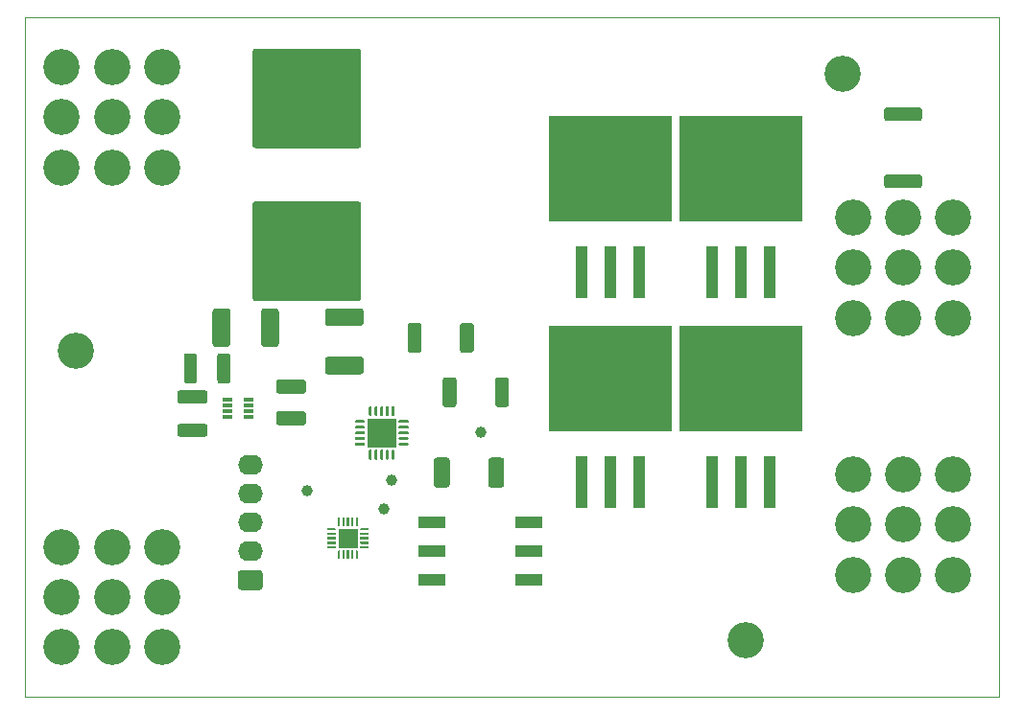
<source format=gbr>
G04 #@! TF.GenerationSoftware,KiCad,Pcbnew,(5.1.9)-1*
G04 #@! TF.CreationDate,2021-06-30T16:08:22-04:00*
G04 #@! TF.ProjectId,Motor Controller 2020,4d6f746f-7220-4436-9f6e-74726f6c6c65,rev?*
G04 #@! TF.SameCoordinates,Original*
G04 #@! TF.FileFunction,Soldermask,Top*
G04 #@! TF.FilePolarity,Negative*
%FSLAX46Y46*%
G04 Gerber Fmt 4.6, Leading zero omitted, Abs format (unit mm)*
G04 Created by KiCad (PCBNEW (5.1.9)-1) date 2021-06-30 16:08:22*
%MOMM*%
%LPD*%
G01*
G04 APERTURE LIST*
G04 #@! TA.AperFunction,Profile*
%ADD10C,0.050000*%
G04 #@! TD*
%ADD11C,3.200000*%
%ADD12R,2.440000X1.120000*%
%ADD13O,2.190000X1.740000*%
%ADD14R,1.100000X4.600000*%
%ADD15R,10.800000X9.400000*%
%ADD16R,2.600000X2.600000*%
%ADD17C,0.150000*%
%ADD18R,1.700000X1.700000*%
%ADD19C,1.000000*%
%ADD20R,0.850000X0.300000*%
G04 APERTURE END LIST*
D10*
X174700000Y-102900000D02*
X174700000Y-42900000D01*
X88700000Y-42900000D02*
X174700000Y-42900000D01*
X88700000Y-102900000D02*
X88700000Y-42900000D01*
X88700000Y-102900000D02*
X174700000Y-102900000D01*
D11*
G04 #@! TO.C,J4*
X166200000Y-65000000D03*
X166200000Y-69435000D03*
X170635000Y-65000000D03*
X166200000Y-60565000D03*
X161765000Y-65000000D03*
X161765000Y-69435000D03*
X161765000Y-60565000D03*
X170635000Y-60565000D03*
X170635000Y-69435000D03*
G04 #@! TD*
D12*
G04 #@! TO.C,SW1*
X133205000Y-92540000D03*
X124595000Y-87460000D03*
X133205000Y-90000000D03*
X124595000Y-90000000D03*
X133205000Y-87460000D03*
X124595000Y-92540000D03*
G04 #@! TD*
G04 #@! TO.C,J3*
G36*
G01*
X109445001Y-93470000D02*
X107754999Y-93470000D01*
G75*
G02*
X107505000Y-93220001I0J249999D01*
G01*
X107505000Y-91979999D01*
G75*
G02*
X107754999Y-91730000I249999J0D01*
G01*
X109445001Y-91730000D01*
G75*
G02*
X109695000Y-91979999I0J-249999D01*
G01*
X109695000Y-93220001D01*
G75*
G02*
X109445001Y-93470000I-249999J0D01*
G01*
G37*
D13*
X108600000Y-90060000D03*
X108600000Y-87520000D03*
X108600000Y-84980000D03*
X108600000Y-82440000D03*
G04 #@! TD*
G04 #@! TO.C,C9*
G36*
G01*
X109049997Y-59150000D02*
X118150003Y-59150000D01*
G75*
G02*
X118400000Y-59399997I0J-249997D01*
G01*
X118400000Y-67700003D01*
G75*
G02*
X118150003Y-67950000I-249997J0D01*
G01*
X109049997Y-67950000D01*
G75*
G02*
X108800000Y-67700003I0J249997D01*
G01*
X108800000Y-59399997D01*
G75*
G02*
X109049997Y-59150000I249997J0D01*
G01*
G37*
G36*
G01*
X109049997Y-45650000D02*
X118150003Y-45650000D01*
G75*
G02*
X118400000Y-45899997I0J-249997D01*
G01*
X118400000Y-54200003D01*
G75*
G02*
X118150003Y-54450000I-249997J0D01*
G01*
X109049997Y-54450000D01*
G75*
G02*
X108800000Y-54200003I0J249997D01*
G01*
X108800000Y-45899997D01*
G75*
G02*
X109049997Y-45650000I249997J0D01*
G01*
G37*
G04 #@! TD*
D11*
G04 #@! TO.C,J1*
X100828000Y-56135000D03*
X100828000Y-47265000D03*
X91958000Y-47265000D03*
X91958000Y-56135000D03*
X91958000Y-51700000D03*
X96393000Y-47265000D03*
X100828000Y-51700000D03*
X96393000Y-56135000D03*
X96393000Y-51700000D03*
G04 #@! TD*
G04 #@! TO.C,J2*
X96400000Y-94100000D03*
X96400000Y-98535000D03*
X100835000Y-94100000D03*
X96400000Y-89665000D03*
X91965000Y-94100000D03*
X91965000Y-98535000D03*
X91965000Y-89665000D03*
X100835000Y-89665000D03*
X100835000Y-98535000D03*
G04 #@! TD*
G04 #@! TO.C,J5*
X170635000Y-92135000D03*
X170635000Y-83265000D03*
X161765000Y-83265000D03*
X161765000Y-92135000D03*
X161765000Y-87700000D03*
X166200000Y-83265000D03*
X170635000Y-87700000D03*
X166200000Y-92135000D03*
X166200000Y-87700000D03*
G04 #@! TD*
D14*
G04 #@! TO.C,Q1*
X137795000Y-65376000D03*
X140335000Y-65376000D03*
X142875000Y-65376000D03*
D15*
X140335000Y-56226000D03*
G04 #@! TD*
G04 #@! TO.C,Q2*
X140354000Y-74780000D03*
D14*
X142894000Y-83930000D03*
X140354000Y-83930000D03*
X137814000Y-83930000D03*
G04 #@! TD*
D15*
G04 #@! TO.C,Q3*
X151873000Y-56238000D03*
D14*
X154413000Y-65388000D03*
X151873000Y-65388000D03*
X149333000Y-65388000D03*
G04 #@! TD*
G04 #@! TO.C,Q4*
X149352000Y-83918000D03*
X151892000Y-83918000D03*
X154432000Y-83918000D03*
D15*
X151892000Y-74768000D03*
G04 #@! TD*
G04 #@! TO.C,JP1*
G36*
G01*
X167625001Y-57975000D02*
X164774999Y-57975000D01*
G75*
G02*
X164525000Y-57725001I0J249999D01*
G01*
X164525000Y-56999999D01*
G75*
G02*
X164774999Y-56750000I249999J0D01*
G01*
X167625001Y-56750000D01*
G75*
G02*
X167875000Y-56999999I0J-249999D01*
G01*
X167875000Y-57725001D01*
G75*
G02*
X167625001Y-57975000I-249999J0D01*
G01*
G37*
G36*
G01*
X167625001Y-52050000D02*
X164774999Y-52050000D01*
G75*
G02*
X164525000Y-51800001I0J249999D01*
G01*
X164525000Y-51074999D01*
G75*
G02*
X164774999Y-50825000I249999J0D01*
G01*
X167625001Y-50825000D01*
G75*
G02*
X167875000Y-51074999I0J-249999D01*
G01*
X167875000Y-51800001D01*
G75*
G02*
X167625001Y-52050000I-249999J0D01*
G01*
G37*
G04 #@! TD*
G04 #@! TO.C,R3*
G36*
G01*
X122475000Y-72275001D02*
X122475000Y-70124999D01*
G75*
G02*
X122724999Y-69875000I249999J0D01*
G01*
X123450001Y-69875000D01*
G75*
G02*
X123700000Y-70124999I0J-249999D01*
G01*
X123700000Y-72275001D01*
G75*
G02*
X123450001Y-72525000I-249999J0D01*
G01*
X122724999Y-72525000D01*
G75*
G02*
X122475000Y-72275001I0J249999D01*
G01*
G37*
G36*
G01*
X127100000Y-72275001D02*
X127100000Y-70124999D01*
G75*
G02*
X127349999Y-69875000I249999J0D01*
G01*
X128075001Y-69875000D01*
G75*
G02*
X128325000Y-70124999I0J-249999D01*
G01*
X128325000Y-72275001D01*
G75*
G02*
X128075001Y-72525000I-249999J0D01*
G01*
X127349999Y-72525000D01*
G75*
G02*
X127100000Y-72275001I0J249999D01*
G01*
G37*
G04 #@! TD*
G04 #@! TO.C,R4*
G36*
G01*
X130200000Y-77075001D02*
X130200000Y-74924999D01*
G75*
G02*
X130449999Y-74675000I249999J0D01*
G01*
X131175001Y-74675000D01*
G75*
G02*
X131425000Y-74924999I0J-249999D01*
G01*
X131425000Y-77075001D01*
G75*
G02*
X131175001Y-77325000I-249999J0D01*
G01*
X130449999Y-77325000D01*
G75*
G02*
X130200000Y-77075001I0J249999D01*
G01*
G37*
G36*
G01*
X125575000Y-77075001D02*
X125575000Y-74924999D01*
G75*
G02*
X125824999Y-74675000I249999J0D01*
G01*
X126550001Y-74675000D01*
G75*
G02*
X126800000Y-74924999I0J-249999D01*
G01*
X126800000Y-77075001D01*
G75*
G02*
X126550001Y-77325000I-249999J0D01*
G01*
X125824999Y-77325000D01*
G75*
G02*
X125575000Y-77075001I0J249999D01*
G01*
G37*
G04 #@! TD*
G04 #@! TO.C,C5*
G36*
G01*
X115449998Y-68575000D02*
X118350002Y-68575000D01*
G75*
G02*
X118600000Y-68824998I0J-249998D01*
G01*
X118600000Y-69900002D01*
G75*
G02*
X118350002Y-70150000I-249998J0D01*
G01*
X115449998Y-70150000D01*
G75*
G02*
X115200000Y-69900002I0J249998D01*
G01*
X115200000Y-68824998D01*
G75*
G02*
X115449998Y-68575000I249998J0D01*
G01*
G37*
G36*
G01*
X115449998Y-72850000D02*
X118350002Y-72850000D01*
G75*
G02*
X118600000Y-73099998I0J-249998D01*
G01*
X118600000Y-74175002D01*
G75*
G02*
X118350002Y-74425000I-249998J0D01*
G01*
X115449998Y-74425000D01*
G75*
G02*
X115200000Y-74175002I0J249998D01*
G01*
X115200000Y-73099998D01*
G75*
G02*
X115449998Y-72850000I249998J0D01*
G01*
G37*
G04 #@! TD*
G04 #@! TO.C,R1*
G36*
G01*
X131000000Y-82024999D02*
X131000000Y-84175001D01*
G75*
G02*
X130750001Y-84425000I-249999J0D01*
G01*
X129849999Y-84425000D01*
G75*
G02*
X129600000Y-84175001I0J249999D01*
G01*
X129600000Y-82024999D01*
G75*
G02*
X129849999Y-81775000I249999J0D01*
G01*
X130750001Y-81775000D01*
G75*
G02*
X131000000Y-82024999I0J-249999D01*
G01*
G37*
G36*
G01*
X126200000Y-82024999D02*
X126200000Y-84175001D01*
G75*
G02*
X125950001Y-84425000I-249999J0D01*
G01*
X125049999Y-84425000D01*
G75*
G02*
X124800000Y-84175001I0J249999D01*
G01*
X124800000Y-82024999D01*
G75*
G02*
X125049999Y-81775000I249999J0D01*
G01*
X125950001Y-81775000D01*
G75*
G02*
X126200000Y-82024999I0J-249999D01*
G01*
G37*
G04 #@! TD*
G04 #@! TO.C,U2*
G36*
G01*
X122550000Y-80537500D02*
X122550000Y-80662500D01*
G75*
G02*
X122487500Y-80725000I-62500J0D01*
G01*
X121762500Y-80725000D01*
G75*
G02*
X121700000Y-80662500I0J62500D01*
G01*
X121700000Y-80537500D01*
G75*
G02*
X121762500Y-80475000I62500J0D01*
G01*
X122487500Y-80475000D01*
G75*
G02*
X122550000Y-80537500I0J-62500D01*
G01*
G37*
G36*
G01*
X122550000Y-80037500D02*
X122550000Y-80162500D01*
G75*
G02*
X122487500Y-80225000I-62500J0D01*
G01*
X121762500Y-80225000D01*
G75*
G02*
X121700000Y-80162500I0J62500D01*
G01*
X121700000Y-80037500D01*
G75*
G02*
X121762500Y-79975000I62500J0D01*
G01*
X122487500Y-79975000D01*
G75*
G02*
X122550000Y-80037500I0J-62500D01*
G01*
G37*
G36*
G01*
X122550000Y-79537500D02*
X122550000Y-79662500D01*
G75*
G02*
X122487500Y-79725000I-62500J0D01*
G01*
X121762500Y-79725000D01*
G75*
G02*
X121700000Y-79662500I0J62500D01*
G01*
X121700000Y-79537500D01*
G75*
G02*
X121762500Y-79475000I62500J0D01*
G01*
X122487500Y-79475000D01*
G75*
G02*
X122550000Y-79537500I0J-62500D01*
G01*
G37*
G36*
G01*
X122550000Y-79037500D02*
X122550000Y-79162500D01*
G75*
G02*
X122487500Y-79225000I-62500J0D01*
G01*
X121762500Y-79225000D01*
G75*
G02*
X121700000Y-79162500I0J62500D01*
G01*
X121700000Y-79037500D01*
G75*
G02*
X121762500Y-78975000I62500J0D01*
G01*
X122487500Y-78975000D01*
G75*
G02*
X122550000Y-79037500I0J-62500D01*
G01*
G37*
G36*
G01*
X122550000Y-78537500D02*
X122550000Y-78662500D01*
G75*
G02*
X122487500Y-78725000I-62500J0D01*
G01*
X121762500Y-78725000D01*
G75*
G02*
X121700000Y-78662500I0J62500D01*
G01*
X121700000Y-78537500D01*
G75*
G02*
X121762500Y-78475000I62500J0D01*
G01*
X122487500Y-78475000D01*
G75*
G02*
X122550000Y-78537500I0J-62500D01*
G01*
G37*
G36*
G01*
X121325000Y-77312500D02*
X121325000Y-78037500D01*
G75*
G02*
X121262500Y-78100000I-62500J0D01*
G01*
X121137500Y-78100000D01*
G75*
G02*
X121075000Y-78037500I0J62500D01*
G01*
X121075000Y-77312500D01*
G75*
G02*
X121137500Y-77250000I62500J0D01*
G01*
X121262500Y-77250000D01*
G75*
G02*
X121325000Y-77312500I0J-62500D01*
G01*
G37*
G36*
G01*
X120825000Y-77312500D02*
X120825000Y-78037500D01*
G75*
G02*
X120762500Y-78100000I-62500J0D01*
G01*
X120637500Y-78100000D01*
G75*
G02*
X120575000Y-78037500I0J62500D01*
G01*
X120575000Y-77312500D01*
G75*
G02*
X120637500Y-77250000I62500J0D01*
G01*
X120762500Y-77250000D01*
G75*
G02*
X120825000Y-77312500I0J-62500D01*
G01*
G37*
G36*
G01*
X120325000Y-77312500D02*
X120325000Y-78037500D01*
G75*
G02*
X120262500Y-78100000I-62500J0D01*
G01*
X120137500Y-78100000D01*
G75*
G02*
X120075000Y-78037500I0J62500D01*
G01*
X120075000Y-77312500D01*
G75*
G02*
X120137500Y-77250000I62500J0D01*
G01*
X120262500Y-77250000D01*
G75*
G02*
X120325000Y-77312500I0J-62500D01*
G01*
G37*
G36*
G01*
X119825000Y-77312500D02*
X119825000Y-78037500D01*
G75*
G02*
X119762500Y-78100000I-62500J0D01*
G01*
X119637500Y-78100000D01*
G75*
G02*
X119575000Y-78037500I0J62500D01*
G01*
X119575000Y-77312500D01*
G75*
G02*
X119637500Y-77250000I62500J0D01*
G01*
X119762500Y-77250000D01*
G75*
G02*
X119825000Y-77312500I0J-62500D01*
G01*
G37*
G36*
G01*
X119325000Y-77312500D02*
X119325000Y-78037500D01*
G75*
G02*
X119262500Y-78100000I-62500J0D01*
G01*
X119137500Y-78100000D01*
G75*
G02*
X119075000Y-78037500I0J62500D01*
G01*
X119075000Y-77312500D01*
G75*
G02*
X119137500Y-77250000I62500J0D01*
G01*
X119262500Y-77250000D01*
G75*
G02*
X119325000Y-77312500I0J-62500D01*
G01*
G37*
G36*
G01*
X118700000Y-78537500D02*
X118700000Y-78662500D01*
G75*
G02*
X118637500Y-78725000I-62500J0D01*
G01*
X117912500Y-78725000D01*
G75*
G02*
X117850000Y-78662500I0J62500D01*
G01*
X117850000Y-78537500D01*
G75*
G02*
X117912500Y-78475000I62500J0D01*
G01*
X118637500Y-78475000D01*
G75*
G02*
X118700000Y-78537500I0J-62500D01*
G01*
G37*
G36*
G01*
X118700000Y-79037500D02*
X118700000Y-79162500D01*
G75*
G02*
X118637500Y-79225000I-62500J0D01*
G01*
X117912500Y-79225000D01*
G75*
G02*
X117850000Y-79162500I0J62500D01*
G01*
X117850000Y-79037500D01*
G75*
G02*
X117912500Y-78975000I62500J0D01*
G01*
X118637500Y-78975000D01*
G75*
G02*
X118700000Y-79037500I0J-62500D01*
G01*
G37*
G36*
G01*
X118700000Y-79537500D02*
X118700000Y-79662500D01*
G75*
G02*
X118637500Y-79725000I-62500J0D01*
G01*
X117912500Y-79725000D01*
G75*
G02*
X117850000Y-79662500I0J62500D01*
G01*
X117850000Y-79537500D01*
G75*
G02*
X117912500Y-79475000I62500J0D01*
G01*
X118637500Y-79475000D01*
G75*
G02*
X118700000Y-79537500I0J-62500D01*
G01*
G37*
G36*
G01*
X118700000Y-80037500D02*
X118700000Y-80162500D01*
G75*
G02*
X118637500Y-80225000I-62500J0D01*
G01*
X117912500Y-80225000D01*
G75*
G02*
X117850000Y-80162500I0J62500D01*
G01*
X117850000Y-80037500D01*
G75*
G02*
X117912500Y-79975000I62500J0D01*
G01*
X118637500Y-79975000D01*
G75*
G02*
X118700000Y-80037500I0J-62500D01*
G01*
G37*
G36*
G01*
X118700000Y-80537500D02*
X118700000Y-80662500D01*
G75*
G02*
X118637500Y-80725000I-62500J0D01*
G01*
X117912500Y-80725000D01*
G75*
G02*
X117850000Y-80662500I0J62500D01*
G01*
X117850000Y-80537500D01*
G75*
G02*
X117912500Y-80475000I62500J0D01*
G01*
X118637500Y-80475000D01*
G75*
G02*
X118700000Y-80537500I0J-62500D01*
G01*
G37*
G36*
G01*
X119325000Y-81162500D02*
X119325000Y-81887500D01*
G75*
G02*
X119262500Y-81950000I-62500J0D01*
G01*
X119137500Y-81950000D01*
G75*
G02*
X119075000Y-81887500I0J62500D01*
G01*
X119075000Y-81162500D01*
G75*
G02*
X119137500Y-81100000I62500J0D01*
G01*
X119262500Y-81100000D01*
G75*
G02*
X119325000Y-81162500I0J-62500D01*
G01*
G37*
G36*
G01*
X119825000Y-81162500D02*
X119825000Y-81887500D01*
G75*
G02*
X119762500Y-81950000I-62500J0D01*
G01*
X119637500Y-81950000D01*
G75*
G02*
X119575000Y-81887500I0J62500D01*
G01*
X119575000Y-81162500D01*
G75*
G02*
X119637500Y-81100000I62500J0D01*
G01*
X119762500Y-81100000D01*
G75*
G02*
X119825000Y-81162500I0J-62500D01*
G01*
G37*
G36*
G01*
X120325000Y-81162500D02*
X120325000Y-81887500D01*
G75*
G02*
X120262500Y-81950000I-62500J0D01*
G01*
X120137500Y-81950000D01*
G75*
G02*
X120075000Y-81887500I0J62500D01*
G01*
X120075000Y-81162500D01*
G75*
G02*
X120137500Y-81100000I62500J0D01*
G01*
X120262500Y-81100000D01*
G75*
G02*
X120325000Y-81162500I0J-62500D01*
G01*
G37*
G36*
G01*
X120825000Y-81162500D02*
X120825000Y-81887500D01*
G75*
G02*
X120762500Y-81950000I-62500J0D01*
G01*
X120637500Y-81950000D01*
G75*
G02*
X120575000Y-81887500I0J62500D01*
G01*
X120575000Y-81162500D01*
G75*
G02*
X120637500Y-81100000I62500J0D01*
G01*
X120762500Y-81100000D01*
G75*
G02*
X120825000Y-81162500I0J-62500D01*
G01*
G37*
G36*
G01*
X121325000Y-81162500D02*
X121325000Y-81887500D01*
G75*
G02*
X121262500Y-81950000I-62500J0D01*
G01*
X121137500Y-81950000D01*
G75*
G02*
X121075000Y-81887500I0J62500D01*
G01*
X121075000Y-81162500D01*
G75*
G02*
X121137500Y-81100000I62500J0D01*
G01*
X121262500Y-81100000D01*
G75*
G02*
X121325000Y-81162500I0J-62500D01*
G01*
G37*
D16*
X120200000Y-79600000D03*
G04 #@! TD*
G04 #@! TO.C,C4*
G36*
G01*
X105275000Y-71750002D02*
X105275000Y-68849998D01*
G75*
G02*
X105524998Y-68600000I249998J0D01*
G01*
X106600002Y-68600000D01*
G75*
G02*
X106850000Y-68849998I0J-249998D01*
G01*
X106850000Y-71750002D01*
G75*
G02*
X106600002Y-72000000I-249998J0D01*
G01*
X105524998Y-72000000D01*
G75*
G02*
X105275000Y-71750002I0J249998D01*
G01*
G37*
G36*
G01*
X109550000Y-71750002D02*
X109550000Y-68849998D01*
G75*
G02*
X109799998Y-68600000I249998J0D01*
G01*
X110875002Y-68600000D01*
G75*
G02*
X111125000Y-68849998I0J-249998D01*
G01*
X111125000Y-71750002D01*
G75*
G02*
X110875002Y-72000000I-249998J0D01*
G01*
X109799998Y-72000000D01*
G75*
G02*
X109550000Y-71750002I0J249998D01*
G01*
G37*
G04 #@! TD*
D17*
G04 #@! TO.C,U3*
G36*
X118361956Y-89799039D02*
G01*
X118352577Y-89796194D01*
X118343932Y-89791573D01*
X118336356Y-89785355D01*
X118285645Y-89734644D01*
X118279427Y-89727068D01*
X118274806Y-89718423D01*
X118271961Y-89709044D01*
X118271000Y-89699289D01*
X118271000Y-89650000D01*
X118271961Y-89640245D01*
X118274806Y-89630866D01*
X118279427Y-89622221D01*
X118285645Y-89614645D01*
X118293221Y-89608427D01*
X118301866Y-89603806D01*
X118311245Y-89600961D01*
X118321000Y-89600000D01*
X119021000Y-89600000D01*
X119030755Y-89600961D01*
X119040134Y-89603806D01*
X119048779Y-89608427D01*
X119056355Y-89614645D01*
X119062573Y-89622221D01*
X119067194Y-89630866D01*
X119070039Y-89640245D01*
X119071000Y-89650000D01*
X119071000Y-89750000D01*
X119070039Y-89759755D01*
X119067194Y-89769134D01*
X119062573Y-89777779D01*
X119056355Y-89785355D01*
X119048779Y-89791573D01*
X119040134Y-89796194D01*
X119030755Y-89799039D01*
X119021000Y-89800000D01*
X118371711Y-89800000D01*
X118361956Y-89799039D01*
G37*
G36*
G01*
X119071000Y-89250000D02*
X119071000Y-89350000D01*
G75*
G02*
X119021000Y-89400000I-50000J0D01*
G01*
X118321000Y-89400000D01*
G75*
G02*
X118271000Y-89350000I0J50000D01*
G01*
X118271000Y-89250000D01*
G75*
G02*
X118321000Y-89200000I50000J0D01*
G01*
X119021000Y-89200000D01*
G75*
G02*
X119071000Y-89250000I0J-50000D01*
G01*
G37*
G36*
G01*
X119071000Y-88850000D02*
X119071000Y-88950000D01*
G75*
G02*
X119021000Y-89000000I-50000J0D01*
G01*
X118321000Y-89000000D01*
G75*
G02*
X118271000Y-88950000I0J50000D01*
G01*
X118271000Y-88850000D01*
G75*
G02*
X118321000Y-88800000I50000J0D01*
G01*
X119021000Y-88800000D01*
G75*
G02*
X119071000Y-88850000I0J-50000D01*
G01*
G37*
G36*
G01*
X119071000Y-88450000D02*
X119071000Y-88550000D01*
G75*
G02*
X119021000Y-88600000I-50000J0D01*
G01*
X118321000Y-88600000D01*
G75*
G02*
X118271000Y-88550000I0J50000D01*
G01*
X118271000Y-88450000D01*
G75*
G02*
X118321000Y-88400000I50000J0D01*
G01*
X119021000Y-88400000D01*
G75*
G02*
X119071000Y-88450000I0J-50000D01*
G01*
G37*
G36*
X118311245Y-88199039D02*
G01*
X118301866Y-88196194D01*
X118293221Y-88191573D01*
X118285645Y-88185355D01*
X118279427Y-88177779D01*
X118274806Y-88169134D01*
X118271961Y-88159755D01*
X118271000Y-88150000D01*
X118271000Y-88100711D01*
X118271961Y-88090956D01*
X118274806Y-88081577D01*
X118279427Y-88072932D01*
X118285645Y-88065356D01*
X118336356Y-88014645D01*
X118343932Y-88008427D01*
X118352577Y-88003806D01*
X118361956Y-88000961D01*
X118371711Y-88000000D01*
X119021000Y-88000000D01*
X119030755Y-88000961D01*
X119040134Y-88003806D01*
X119048779Y-88008427D01*
X119056355Y-88014645D01*
X119062573Y-88022221D01*
X119067194Y-88030866D01*
X119070039Y-88040245D01*
X119071000Y-88050000D01*
X119071000Y-88150000D01*
X119070039Y-88159755D01*
X119067194Y-88169134D01*
X119062573Y-88177779D01*
X119056355Y-88185355D01*
X119048779Y-88191573D01*
X119040134Y-88196194D01*
X119030755Y-88199039D01*
X119021000Y-88200000D01*
X118321000Y-88200000D01*
X118311245Y-88199039D01*
G37*
G36*
X117961245Y-87849039D02*
G01*
X117951866Y-87846194D01*
X117943221Y-87841573D01*
X117935645Y-87835355D01*
X117929427Y-87827779D01*
X117924806Y-87819134D01*
X117921961Y-87809755D01*
X117921000Y-87800000D01*
X117921000Y-87100000D01*
X117921961Y-87090245D01*
X117924806Y-87080866D01*
X117929427Y-87072221D01*
X117935645Y-87064645D01*
X117943221Y-87058427D01*
X117951866Y-87053806D01*
X117961245Y-87050961D01*
X117971000Y-87050000D01*
X118071000Y-87050000D01*
X118080755Y-87050961D01*
X118090134Y-87053806D01*
X118098779Y-87058427D01*
X118106355Y-87064645D01*
X118112573Y-87072221D01*
X118117194Y-87080866D01*
X118120039Y-87090245D01*
X118121000Y-87100000D01*
X118121000Y-87749289D01*
X118120039Y-87759044D01*
X118117194Y-87768423D01*
X118112573Y-87777068D01*
X118106355Y-87784644D01*
X118055644Y-87835355D01*
X118048068Y-87841573D01*
X118039423Y-87846194D01*
X118030044Y-87849039D01*
X118020289Y-87850000D01*
X117971000Y-87850000D01*
X117961245Y-87849039D01*
G37*
G36*
G01*
X117721000Y-87100000D02*
X117721000Y-87800000D01*
G75*
G02*
X117671000Y-87850000I-50000J0D01*
G01*
X117571000Y-87850000D01*
G75*
G02*
X117521000Y-87800000I0J50000D01*
G01*
X117521000Y-87100000D01*
G75*
G02*
X117571000Y-87050000I50000J0D01*
G01*
X117671000Y-87050000D01*
G75*
G02*
X117721000Y-87100000I0J-50000D01*
G01*
G37*
G36*
G01*
X117321000Y-87100000D02*
X117321000Y-87800000D01*
G75*
G02*
X117271000Y-87850000I-50000J0D01*
G01*
X117171000Y-87850000D01*
G75*
G02*
X117121000Y-87800000I0J50000D01*
G01*
X117121000Y-87100000D01*
G75*
G02*
X117171000Y-87050000I50000J0D01*
G01*
X117271000Y-87050000D01*
G75*
G02*
X117321000Y-87100000I0J-50000D01*
G01*
G37*
G36*
G01*
X116921000Y-87100000D02*
X116921000Y-87800000D01*
G75*
G02*
X116871000Y-87850000I-50000J0D01*
G01*
X116771000Y-87850000D01*
G75*
G02*
X116721000Y-87800000I0J50000D01*
G01*
X116721000Y-87100000D01*
G75*
G02*
X116771000Y-87050000I50000J0D01*
G01*
X116871000Y-87050000D01*
G75*
G02*
X116921000Y-87100000I0J-50000D01*
G01*
G37*
G36*
X116411956Y-87849039D02*
G01*
X116402577Y-87846194D01*
X116393932Y-87841573D01*
X116386356Y-87835355D01*
X116335645Y-87784644D01*
X116329427Y-87777068D01*
X116324806Y-87768423D01*
X116321961Y-87759044D01*
X116321000Y-87749289D01*
X116321000Y-87100000D01*
X116321961Y-87090245D01*
X116324806Y-87080866D01*
X116329427Y-87072221D01*
X116335645Y-87064645D01*
X116343221Y-87058427D01*
X116351866Y-87053806D01*
X116361245Y-87050961D01*
X116371000Y-87050000D01*
X116471000Y-87050000D01*
X116480755Y-87050961D01*
X116490134Y-87053806D01*
X116498779Y-87058427D01*
X116506355Y-87064645D01*
X116512573Y-87072221D01*
X116517194Y-87080866D01*
X116520039Y-87090245D01*
X116521000Y-87100000D01*
X116521000Y-87800000D01*
X116520039Y-87809755D01*
X116517194Y-87819134D01*
X116512573Y-87827779D01*
X116506355Y-87835355D01*
X116498779Y-87841573D01*
X116490134Y-87846194D01*
X116480755Y-87849039D01*
X116471000Y-87850000D01*
X116421711Y-87850000D01*
X116411956Y-87849039D01*
G37*
G36*
X115411245Y-88199039D02*
G01*
X115401866Y-88196194D01*
X115393221Y-88191573D01*
X115385645Y-88185355D01*
X115379427Y-88177779D01*
X115374806Y-88169134D01*
X115371961Y-88159755D01*
X115371000Y-88150000D01*
X115371000Y-88050000D01*
X115371961Y-88040245D01*
X115374806Y-88030866D01*
X115379427Y-88022221D01*
X115385645Y-88014645D01*
X115393221Y-88008427D01*
X115401866Y-88003806D01*
X115411245Y-88000961D01*
X115421000Y-88000000D01*
X116070289Y-88000000D01*
X116080044Y-88000961D01*
X116089423Y-88003806D01*
X116098068Y-88008427D01*
X116105644Y-88014645D01*
X116156355Y-88065356D01*
X116162573Y-88072932D01*
X116167194Y-88081577D01*
X116170039Y-88090956D01*
X116171000Y-88100711D01*
X116171000Y-88150000D01*
X116170039Y-88159755D01*
X116167194Y-88169134D01*
X116162573Y-88177779D01*
X116156355Y-88185355D01*
X116148779Y-88191573D01*
X116140134Y-88196194D01*
X116130755Y-88199039D01*
X116121000Y-88200000D01*
X115421000Y-88200000D01*
X115411245Y-88199039D01*
G37*
G36*
G01*
X116171000Y-88450000D02*
X116171000Y-88550000D01*
G75*
G02*
X116121000Y-88600000I-50000J0D01*
G01*
X115421000Y-88600000D01*
G75*
G02*
X115371000Y-88550000I0J50000D01*
G01*
X115371000Y-88450000D01*
G75*
G02*
X115421000Y-88400000I50000J0D01*
G01*
X116121000Y-88400000D01*
G75*
G02*
X116171000Y-88450000I0J-50000D01*
G01*
G37*
G36*
G01*
X116171000Y-88850000D02*
X116171000Y-88950000D01*
G75*
G02*
X116121000Y-89000000I-50000J0D01*
G01*
X115421000Y-89000000D01*
G75*
G02*
X115371000Y-88950000I0J50000D01*
G01*
X115371000Y-88850000D01*
G75*
G02*
X115421000Y-88800000I50000J0D01*
G01*
X116121000Y-88800000D01*
G75*
G02*
X116171000Y-88850000I0J-50000D01*
G01*
G37*
G36*
G01*
X116171000Y-89250000D02*
X116171000Y-89350000D01*
G75*
G02*
X116121000Y-89400000I-50000J0D01*
G01*
X115421000Y-89400000D01*
G75*
G02*
X115371000Y-89350000I0J50000D01*
G01*
X115371000Y-89250000D01*
G75*
G02*
X115421000Y-89200000I50000J0D01*
G01*
X116121000Y-89200000D01*
G75*
G02*
X116171000Y-89250000I0J-50000D01*
G01*
G37*
G36*
X115411245Y-89799039D02*
G01*
X115401866Y-89796194D01*
X115393221Y-89791573D01*
X115385645Y-89785355D01*
X115379427Y-89777779D01*
X115374806Y-89769134D01*
X115371961Y-89759755D01*
X115371000Y-89750000D01*
X115371000Y-89650000D01*
X115371961Y-89640245D01*
X115374806Y-89630866D01*
X115379427Y-89622221D01*
X115385645Y-89614645D01*
X115393221Y-89608427D01*
X115401866Y-89603806D01*
X115411245Y-89600961D01*
X115421000Y-89600000D01*
X116121000Y-89600000D01*
X116130755Y-89600961D01*
X116140134Y-89603806D01*
X116148779Y-89608427D01*
X116156355Y-89614645D01*
X116162573Y-89622221D01*
X116167194Y-89630866D01*
X116170039Y-89640245D01*
X116171000Y-89650000D01*
X116171000Y-89699289D01*
X116170039Y-89709044D01*
X116167194Y-89718423D01*
X116162573Y-89727068D01*
X116156355Y-89734644D01*
X116105644Y-89785355D01*
X116098068Y-89791573D01*
X116089423Y-89796194D01*
X116080044Y-89799039D01*
X116070289Y-89800000D01*
X115421000Y-89800000D01*
X115411245Y-89799039D01*
G37*
G36*
X116361245Y-90749039D02*
G01*
X116351866Y-90746194D01*
X116343221Y-90741573D01*
X116335645Y-90735355D01*
X116329427Y-90727779D01*
X116324806Y-90719134D01*
X116321961Y-90709755D01*
X116321000Y-90700000D01*
X116321000Y-90050711D01*
X116321961Y-90040956D01*
X116324806Y-90031577D01*
X116329427Y-90022932D01*
X116335645Y-90015356D01*
X116386356Y-89964645D01*
X116393932Y-89958427D01*
X116402577Y-89953806D01*
X116411956Y-89950961D01*
X116421711Y-89950000D01*
X116471000Y-89950000D01*
X116480755Y-89950961D01*
X116490134Y-89953806D01*
X116498779Y-89958427D01*
X116506355Y-89964645D01*
X116512573Y-89972221D01*
X116517194Y-89980866D01*
X116520039Y-89990245D01*
X116521000Y-90000000D01*
X116521000Y-90700000D01*
X116520039Y-90709755D01*
X116517194Y-90719134D01*
X116512573Y-90727779D01*
X116506355Y-90735355D01*
X116498779Y-90741573D01*
X116490134Y-90746194D01*
X116480755Y-90749039D01*
X116471000Y-90750000D01*
X116371000Y-90750000D01*
X116361245Y-90749039D01*
G37*
G36*
G01*
X116921000Y-90000000D02*
X116921000Y-90700000D01*
G75*
G02*
X116871000Y-90750000I-50000J0D01*
G01*
X116771000Y-90750000D01*
G75*
G02*
X116721000Y-90700000I0J50000D01*
G01*
X116721000Y-90000000D01*
G75*
G02*
X116771000Y-89950000I50000J0D01*
G01*
X116871000Y-89950000D01*
G75*
G02*
X116921000Y-90000000I0J-50000D01*
G01*
G37*
G36*
G01*
X117321000Y-90000000D02*
X117321000Y-90700000D01*
G75*
G02*
X117271000Y-90750000I-50000J0D01*
G01*
X117171000Y-90750000D01*
G75*
G02*
X117121000Y-90700000I0J50000D01*
G01*
X117121000Y-90000000D01*
G75*
G02*
X117171000Y-89950000I50000J0D01*
G01*
X117271000Y-89950000D01*
G75*
G02*
X117321000Y-90000000I0J-50000D01*
G01*
G37*
G36*
G01*
X117721000Y-90000000D02*
X117721000Y-90700000D01*
G75*
G02*
X117671000Y-90750000I-50000J0D01*
G01*
X117571000Y-90750000D01*
G75*
G02*
X117521000Y-90700000I0J50000D01*
G01*
X117521000Y-90000000D01*
G75*
G02*
X117571000Y-89950000I50000J0D01*
G01*
X117671000Y-89950000D01*
G75*
G02*
X117721000Y-90000000I0J-50000D01*
G01*
G37*
G36*
X117961245Y-90749039D02*
G01*
X117951866Y-90746194D01*
X117943221Y-90741573D01*
X117935645Y-90735355D01*
X117929427Y-90727779D01*
X117924806Y-90719134D01*
X117921961Y-90709755D01*
X117921000Y-90700000D01*
X117921000Y-90000000D01*
X117921961Y-89990245D01*
X117924806Y-89980866D01*
X117929427Y-89972221D01*
X117935645Y-89964645D01*
X117943221Y-89958427D01*
X117951866Y-89953806D01*
X117961245Y-89950961D01*
X117971000Y-89950000D01*
X118020289Y-89950000D01*
X118030044Y-89950961D01*
X118039423Y-89953806D01*
X118048068Y-89958427D01*
X118055644Y-89964645D01*
X118106355Y-90015356D01*
X118112573Y-90022932D01*
X118117194Y-90031577D01*
X118120039Y-90040956D01*
X118121000Y-90050711D01*
X118121000Y-90700000D01*
X118120039Y-90709755D01*
X118117194Y-90719134D01*
X118112573Y-90727779D01*
X118106355Y-90735355D01*
X118098779Y-90741573D01*
X118090134Y-90746194D01*
X118080755Y-90749039D01*
X118071000Y-90750000D01*
X117971000Y-90750000D01*
X117961245Y-90749039D01*
G37*
D18*
X117221000Y-88900000D03*
G04 #@! TD*
D19*
G04 #@! TO.C,TP1*
X121100000Y-83800000D03*
G04 #@! TD*
G04 #@! TO.C,TP2*
X113600000Y-84700000D03*
G04 #@! TD*
G04 #@! TO.C,TP3*
X120400000Y-86300000D03*
G04 #@! TD*
G04 #@! TO.C,TP4*
X128900000Y-79500000D03*
G04 #@! TD*
D11*
G04 #@! TO.C,H1*
X160900000Y-47900000D03*
G04 #@! TD*
G04 #@! TO.C,H2*
X152300000Y-97900000D03*
G04 #@! TD*
G04 #@! TO.C,H3*
X93200000Y-72300000D03*
G04 #@! TD*
G04 #@! TO.C,C1*
G36*
G01*
X106850000Y-72799999D02*
X106850000Y-75000001D01*
G75*
G02*
X106600001Y-75250000I-249999J0D01*
G01*
X105949999Y-75250000D01*
G75*
G02*
X105700000Y-75000001I0J249999D01*
G01*
X105700000Y-72799999D01*
G75*
G02*
X105949999Y-72550000I249999J0D01*
G01*
X106600001Y-72550000D01*
G75*
G02*
X106850000Y-72799999I0J-249999D01*
G01*
G37*
G36*
G01*
X103900000Y-72799999D02*
X103900000Y-75000001D01*
G75*
G02*
X103650001Y-75250000I-249999J0D01*
G01*
X102999999Y-75250000D01*
G75*
G02*
X102750000Y-75000001I0J249999D01*
G01*
X102750000Y-72799999D01*
G75*
G02*
X102999999Y-72550000I249999J0D01*
G01*
X103650001Y-72550000D01*
G75*
G02*
X103900000Y-72799999I0J-249999D01*
G01*
G37*
G04 #@! TD*
G04 #@! TO.C,C7*
G36*
G01*
X102399999Y-75850000D02*
X104600001Y-75850000D01*
G75*
G02*
X104850000Y-76099999I0J-249999D01*
G01*
X104850000Y-76750001D01*
G75*
G02*
X104600001Y-77000000I-249999J0D01*
G01*
X102399999Y-77000000D01*
G75*
G02*
X102150000Y-76750001I0J249999D01*
G01*
X102150000Y-76099999D01*
G75*
G02*
X102399999Y-75850000I249999J0D01*
G01*
G37*
G36*
G01*
X102399999Y-78800000D02*
X104600001Y-78800000D01*
G75*
G02*
X104850000Y-79049999I0J-249999D01*
G01*
X104850000Y-79700001D01*
G75*
G02*
X104600001Y-79950000I-249999J0D01*
G01*
X102399999Y-79950000D01*
G75*
G02*
X102150000Y-79700001I0J249999D01*
G01*
X102150000Y-79049999D01*
G75*
G02*
X102399999Y-78800000I249999J0D01*
G01*
G37*
G04 #@! TD*
G04 #@! TO.C,L1*
G36*
G01*
X111125000Y-74875000D02*
X113275000Y-74875000D01*
G75*
G02*
X113525000Y-75125000I0J-250000D01*
G01*
X113525000Y-75875000D01*
G75*
G02*
X113275000Y-76125000I-250000J0D01*
G01*
X111125000Y-76125000D01*
G75*
G02*
X110875000Y-75875000I0J250000D01*
G01*
X110875000Y-75125000D01*
G75*
G02*
X111125000Y-74875000I250000J0D01*
G01*
G37*
G36*
G01*
X111125000Y-77675000D02*
X113275000Y-77675000D01*
G75*
G02*
X113525000Y-77925000I0J-250000D01*
G01*
X113525000Y-78675000D01*
G75*
G02*
X113275000Y-78925000I-250000J0D01*
G01*
X111125000Y-78925000D01*
G75*
G02*
X110875000Y-78675000I0J250000D01*
G01*
X110875000Y-77925000D01*
G75*
G02*
X111125000Y-77675000I250000J0D01*
G01*
G37*
G04 #@! TD*
D20*
G04 #@! TO.C,U1*
X106550000Y-76650000D03*
X106550000Y-77150000D03*
X106550000Y-77650000D03*
X106550000Y-78150000D03*
X108450000Y-78150000D03*
X108450000Y-77650000D03*
X108450000Y-77150000D03*
X108450000Y-76650000D03*
G04 #@! TD*
M02*

</source>
